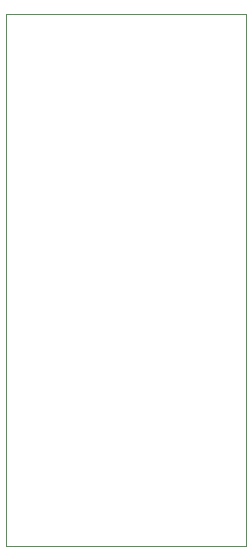
<source format=gm1>
G04 #@! TF.GenerationSoftware,KiCad,Pcbnew,(5.1.8)-1*
G04 #@! TF.CreationDate,2022-11-25T20:18:31+09:00*
G04 #@! TF.ProjectId,MZ80CGROM,4d5a3830-4347-4524-9f4d-2e6b69636164,rev?*
G04 #@! TF.SameCoordinates,PX48ab840PY9157080*
G04 #@! TF.FileFunction,Profile,NP*
%FSLAX46Y46*%
G04 Gerber Fmt 4.6, Leading zero omitted, Abs format (unit mm)*
G04 Created by KiCad (PCBNEW (5.1.8)-1) date 2022-11-25 20:18:31*
%MOMM*%
%LPD*%
G01*
G04 APERTURE LIST*
G04 #@! TA.AperFunction,Profile*
%ADD10C,0.050000*%
G04 #@! TD*
G04 APERTURE END LIST*
D10*
X0Y45085000D02*
X0Y44450000D01*
X20320000Y45085000D02*
X0Y45085000D01*
X20320000Y0D02*
X20320000Y45085000D01*
X0Y44450000D02*
X0Y0D01*
X20320000Y0D02*
X0Y0D01*
M02*

</source>
